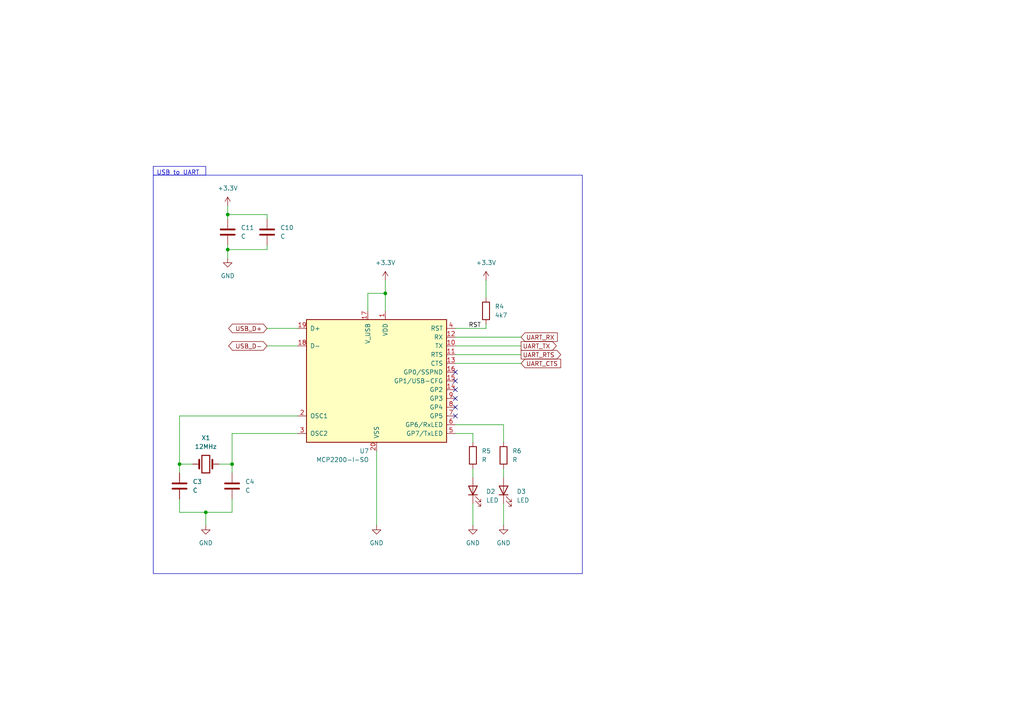
<source format=kicad_sch>
(kicad_sch
	(version 20231120)
	(generator "eeschema")
	(generator_version "8.0")
	(uuid "4efe9d3c-5862-40aa-bbf1-04e3a90f80ef")
	(paper "A4")
	(lib_symbols
		(symbol "Device:C"
			(pin_numbers hide)
			(pin_names
				(offset 0.254)
			)
			(exclude_from_sim no)
			(in_bom yes)
			(on_board yes)
			(property "Reference" "C"
				(at 0.635 2.54 0)
				(effects
					(font
						(size 1.27 1.27)
					)
					(justify left)
				)
			)
			(property "Value" "C"
				(at 0.635 -2.54 0)
				(effects
					(font
						(size 1.27 1.27)
					)
					(justify left)
				)
			)
			(property "Footprint" ""
				(at 0.9652 -3.81 0)
				(effects
					(font
						(size 1.27 1.27)
					)
					(hide yes)
				)
			)
			(property "Datasheet" "~"
				(at 0 0 0)
				(effects
					(font
						(size 1.27 1.27)
					)
					(hide yes)
				)
			)
			(property "Description" "Unpolarized capacitor"
				(at 0 0 0)
				(effects
					(font
						(size 1.27 1.27)
					)
					(hide yes)
				)
			)
			(property "ki_keywords" "cap capacitor"
				(at 0 0 0)
				(effects
					(font
						(size 1.27 1.27)
					)
					(hide yes)
				)
			)
			(property "ki_fp_filters" "C_*"
				(at 0 0 0)
				(effects
					(font
						(size 1.27 1.27)
					)
					(hide yes)
				)
			)
			(symbol "C_0_1"
				(polyline
					(pts
						(xy -2.032 -0.762) (xy 2.032 -0.762)
					)
					(stroke
						(width 0.508)
						(type default)
					)
					(fill
						(type none)
					)
				)
				(polyline
					(pts
						(xy -2.032 0.762) (xy 2.032 0.762)
					)
					(stroke
						(width 0.508)
						(type default)
					)
					(fill
						(type none)
					)
				)
			)
			(symbol "C_1_1"
				(pin passive line
					(at 0 3.81 270)
					(length 2.794)
					(name "~"
						(effects
							(font
								(size 1.27 1.27)
							)
						)
					)
					(number "1"
						(effects
							(font
								(size 1.27 1.27)
							)
						)
					)
				)
				(pin passive line
					(at 0 -3.81 90)
					(length 2.794)
					(name "~"
						(effects
							(font
								(size 1.27 1.27)
							)
						)
					)
					(number "2"
						(effects
							(font
								(size 1.27 1.27)
							)
						)
					)
				)
			)
		)
		(symbol "Device:Crystal"
			(pin_numbers hide)
			(pin_names
				(offset 1.016) hide)
			(exclude_from_sim no)
			(in_bom yes)
			(on_board yes)
			(property "Reference" "Y"
				(at 0 3.81 0)
				(effects
					(font
						(size 1.27 1.27)
					)
				)
			)
			(property "Value" "Crystal"
				(at 0 -3.81 0)
				(effects
					(font
						(size 1.27 1.27)
					)
				)
			)
			(property "Footprint" ""
				(at 0 0 0)
				(effects
					(font
						(size 1.27 1.27)
					)
					(hide yes)
				)
			)
			(property "Datasheet" "~"
				(at 0 0 0)
				(effects
					(font
						(size 1.27 1.27)
					)
					(hide yes)
				)
			)
			(property "Description" "Two pin crystal"
				(at 0 0 0)
				(effects
					(font
						(size 1.27 1.27)
					)
					(hide yes)
				)
			)
			(property "ki_keywords" "quartz ceramic resonator oscillator"
				(at 0 0 0)
				(effects
					(font
						(size 1.27 1.27)
					)
					(hide yes)
				)
			)
			(property "ki_fp_filters" "Crystal*"
				(at 0 0 0)
				(effects
					(font
						(size 1.27 1.27)
					)
					(hide yes)
				)
			)
			(symbol "Crystal_0_1"
				(rectangle
					(start -1.143 2.54)
					(end 1.143 -2.54)
					(stroke
						(width 0.3048)
						(type default)
					)
					(fill
						(type none)
					)
				)
				(polyline
					(pts
						(xy -2.54 0) (xy -1.905 0)
					)
					(stroke
						(width 0)
						(type default)
					)
					(fill
						(type none)
					)
				)
				(polyline
					(pts
						(xy -1.905 -1.27) (xy -1.905 1.27)
					)
					(stroke
						(width 0.508)
						(type default)
					)
					(fill
						(type none)
					)
				)
				(polyline
					(pts
						(xy 1.905 -1.27) (xy 1.905 1.27)
					)
					(stroke
						(width 0.508)
						(type default)
					)
					(fill
						(type none)
					)
				)
				(polyline
					(pts
						(xy 2.54 0) (xy 1.905 0)
					)
					(stroke
						(width 0)
						(type default)
					)
					(fill
						(type none)
					)
				)
			)
			(symbol "Crystal_1_1"
				(pin passive line
					(at -3.81 0 0)
					(length 1.27)
					(name "1"
						(effects
							(font
								(size 1.27 1.27)
							)
						)
					)
					(number "1"
						(effects
							(font
								(size 1.27 1.27)
							)
						)
					)
				)
				(pin passive line
					(at 3.81 0 180)
					(length 1.27)
					(name "2"
						(effects
							(font
								(size 1.27 1.27)
							)
						)
					)
					(number "2"
						(effects
							(font
								(size 1.27 1.27)
							)
						)
					)
				)
			)
		)
		(symbol "Device:LED"
			(pin_numbers hide)
			(pin_names
				(offset 1.016) hide)
			(exclude_from_sim no)
			(in_bom yes)
			(on_board yes)
			(property "Reference" "D"
				(at 0 2.54 0)
				(effects
					(font
						(size 1.27 1.27)
					)
				)
			)
			(property "Value" "LED"
				(at 0 -2.54 0)
				(effects
					(font
						(size 1.27 1.27)
					)
				)
			)
			(property "Footprint" ""
				(at 0 0 0)
				(effects
					(font
						(size 1.27 1.27)
					)
					(hide yes)
				)
			)
			(property "Datasheet" "~"
				(at 0 0 0)
				(effects
					(font
						(size 1.27 1.27)
					)
					(hide yes)
				)
			)
			(property "Description" "Light emitting diode"
				(at 0 0 0)
				(effects
					(font
						(size 1.27 1.27)
					)
					(hide yes)
				)
			)
			(property "ki_keywords" "LED diode"
				(at 0 0 0)
				(effects
					(font
						(size 1.27 1.27)
					)
					(hide yes)
				)
			)
			(property "ki_fp_filters" "LED* LED_SMD:* LED_THT:*"
				(at 0 0 0)
				(effects
					(font
						(size 1.27 1.27)
					)
					(hide yes)
				)
			)
			(symbol "LED_0_1"
				(polyline
					(pts
						(xy -1.27 -1.27) (xy -1.27 1.27)
					)
					(stroke
						(width 0.254)
						(type default)
					)
					(fill
						(type none)
					)
				)
				(polyline
					(pts
						(xy -1.27 0) (xy 1.27 0)
					)
					(stroke
						(width 0)
						(type default)
					)
					(fill
						(type none)
					)
				)
				(polyline
					(pts
						(xy 1.27 -1.27) (xy 1.27 1.27) (xy -1.27 0) (xy 1.27 -1.27)
					)
					(stroke
						(width 0.254)
						(type default)
					)
					(fill
						(type none)
					)
				)
				(polyline
					(pts
						(xy -3.048 -0.762) (xy -4.572 -2.286) (xy -3.81 -2.286) (xy -4.572 -2.286) (xy -4.572 -1.524)
					)
					(stroke
						(width 0)
						(type default)
					)
					(fill
						(type none)
					)
				)
				(polyline
					(pts
						(xy -1.778 -0.762) (xy -3.302 -2.286) (xy -2.54 -2.286) (xy -3.302 -2.286) (xy -3.302 -1.524)
					)
					(stroke
						(width 0)
						(type default)
					)
					(fill
						(type none)
					)
				)
			)
			(symbol "LED_1_1"
				(pin passive line
					(at -3.81 0 0)
					(length 2.54)
					(name "K"
						(effects
							(font
								(size 1.27 1.27)
							)
						)
					)
					(number "1"
						(effects
							(font
								(size 1.27 1.27)
							)
						)
					)
				)
				(pin passive line
					(at 3.81 0 180)
					(length 2.54)
					(name "A"
						(effects
							(font
								(size 1.27 1.27)
							)
						)
					)
					(number "2"
						(effects
							(font
								(size 1.27 1.27)
							)
						)
					)
				)
			)
		)
		(symbol "Device:R"
			(pin_numbers hide)
			(pin_names
				(offset 0)
			)
			(exclude_from_sim no)
			(in_bom yes)
			(on_board yes)
			(property "Reference" "R"
				(at 2.032 0 90)
				(effects
					(font
						(size 1.27 1.27)
					)
				)
			)
			(property "Value" "R"
				(at 0 0 90)
				(effects
					(font
						(size 1.27 1.27)
					)
				)
			)
			(property "Footprint" ""
				(at -1.778 0 90)
				(effects
					(font
						(size 1.27 1.27)
					)
					(hide yes)
				)
			)
			(property "Datasheet" "~"
				(at 0 0 0)
				(effects
					(font
						(size 1.27 1.27)
					)
					(hide yes)
				)
			)
			(property "Description" "Resistor"
				(at 0 0 0)
				(effects
					(font
						(size 1.27 1.27)
					)
					(hide yes)
				)
			)
			(property "ki_keywords" "R res resistor"
				(at 0 0 0)
				(effects
					(font
						(size 1.27 1.27)
					)
					(hide yes)
				)
			)
			(property "ki_fp_filters" "R_*"
				(at 0 0 0)
				(effects
					(font
						(size 1.27 1.27)
					)
					(hide yes)
				)
			)
			(symbol "R_0_1"
				(rectangle
					(start -1.016 -2.54)
					(end 1.016 2.54)
					(stroke
						(width 0.254)
						(type default)
					)
					(fill
						(type none)
					)
				)
			)
			(symbol "R_1_1"
				(pin passive line
					(at 0 3.81 270)
					(length 1.27)
					(name "~"
						(effects
							(font
								(size 1.27 1.27)
							)
						)
					)
					(number "1"
						(effects
							(font
								(size 1.27 1.27)
							)
						)
					)
				)
				(pin passive line
					(at 0 -3.81 90)
					(length 1.27)
					(name "~"
						(effects
							(font
								(size 1.27 1.27)
							)
						)
					)
					(number "2"
						(effects
							(font
								(size 1.27 1.27)
							)
						)
					)
				)
			)
		)
		(symbol "Interface_USB:MCP2200-I-SO"
			(pin_names
				(offset 1.016)
			)
			(exclude_from_sim no)
			(in_bom yes)
			(on_board yes)
			(property "Reference" "U"
				(at -20.32 -19.05 0)
				(effects
					(font
						(size 1.27 1.27)
					)
					(justify left)
				)
			)
			(property "Value" "MCP2200-I-SO"
				(at -20.32 19.05 0)
				(effects
					(font
						(size 1.27 1.27)
					)
					(justify left)
				)
			)
			(property "Footprint" "Package_SO:SOIC-20W_7.5x12.8mm_P1.27mm"
				(at 0 -29.21 0)
				(effects
					(font
						(size 1.27 1.27)
					)
					(hide yes)
				)
			)
			(property "Datasheet" "http://ww1.microchip.com/downloads/en/DeviceDoc/200022228D.pdf"
				(at 0 -25.4 0)
				(effects
					(font
						(size 1.27 1.27)
					)
					(hide yes)
				)
			)
			(property "Description" "USB 2.0 to UART Protocol Converter with GPIO, SOIC-20"
				(at 0 0 0)
				(effects
					(font
						(size 1.27 1.27)
					)
					(hide yes)
				)
			)
			(property "ki_keywords" "USB UART Converter"
				(at 0 0 0)
				(effects
					(font
						(size 1.27 1.27)
					)
					(hide yes)
				)
			)
			(property "ki_fp_filters" "SOIC*20*7.5x12.8mm*P1.27mm*"
				(at 0 0 0)
				(effects
					(font
						(size 1.27 1.27)
					)
					(hide yes)
				)
			)
			(symbol "MCP2200-I-SO_0_1"
				(rectangle
					(start -20.32 17.78)
					(end 20.32 -17.78)
					(stroke
						(width 0.254)
						(type default)
					)
					(fill
						(type background)
					)
				)
			)
			(symbol "MCP2200-I-SO_1_1"
				(pin power_in line
					(at -2.54 20.32 270)
					(length 2.54)
					(name "VDD"
						(effects
							(font
								(size 1.27 1.27)
							)
						)
					)
					(number "1"
						(effects
							(font
								(size 1.27 1.27)
							)
						)
					)
				)
				(pin output line
					(at -22.86 10.16 0)
					(length 2.54)
					(name "TX"
						(effects
							(font
								(size 1.27 1.27)
							)
						)
					)
					(number "10"
						(effects
							(font
								(size 1.27 1.27)
							)
						)
					)
				)
				(pin output line
					(at -22.86 7.62 0)
					(length 2.54)
					(name "RTS"
						(effects
							(font
								(size 1.27 1.27)
							)
						)
					)
					(number "11"
						(effects
							(font
								(size 1.27 1.27)
							)
						)
					)
				)
				(pin input line
					(at -22.86 12.7 0)
					(length 2.54)
					(name "RX"
						(effects
							(font
								(size 1.27 1.27)
							)
						)
					)
					(number "12"
						(effects
							(font
								(size 1.27 1.27)
							)
						)
					)
				)
				(pin input line
					(at -22.86 5.08 0)
					(length 2.54)
					(name "CTS"
						(effects
							(font
								(size 1.27 1.27)
							)
						)
					)
					(number "13"
						(effects
							(font
								(size 1.27 1.27)
							)
						)
					)
				)
				(pin bidirectional line
					(at -22.86 -2.54 0)
					(length 2.54)
					(name "GP2"
						(effects
							(font
								(size 1.27 1.27)
							)
						)
					)
					(number "14"
						(effects
							(font
								(size 1.27 1.27)
							)
						)
					)
				)
				(pin bidirectional line
					(at -22.86 0 0)
					(length 2.54)
					(name "GP1/USB-CFG"
						(effects
							(font
								(size 1.27 1.27)
							)
						)
					)
					(number "15"
						(effects
							(font
								(size 1.27 1.27)
							)
						)
					)
				)
				(pin bidirectional line
					(at -22.86 2.54 0)
					(length 2.54)
					(name "GP0/SSPND"
						(effects
							(font
								(size 1.27 1.27)
							)
						)
					)
					(number "16"
						(effects
							(font
								(size 1.27 1.27)
							)
						)
					)
				)
				(pin power_in line
					(at 2.54 20.32 270)
					(length 2.54)
					(name "V_USB"
						(effects
							(font
								(size 1.27 1.27)
							)
						)
					)
					(number "17"
						(effects
							(font
								(size 1.27 1.27)
							)
						)
					)
				)
				(pin bidirectional line
					(at 22.86 10.16 180)
					(length 2.54)
					(name "D-"
						(effects
							(font
								(size 1.27 1.27)
							)
						)
					)
					(number "18"
						(effects
							(font
								(size 1.27 1.27)
							)
						)
					)
				)
				(pin bidirectional line
					(at 22.86 15.24 180)
					(length 2.54)
					(name "D+"
						(effects
							(font
								(size 1.27 1.27)
							)
						)
					)
					(number "19"
						(effects
							(font
								(size 1.27 1.27)
							)
						)
					)
				)
				(pin input line
					(at 22.86 -10.16 180)
					(length 2.54)
					(name "OSC1"
						(effects
							(font
								(size 1.27 1.27)
							)
						)
					)
					(number "2"
						(effects
							(font
								(size 1.27 1.27)
							)
						)
					)
				)
				(pin power_in line
					(at 0 -20.32 90)
					(length 2.54)
					(name "VSS"
						(effects
							(font
								(size 1.27 1.27)
							)
						)
					)
					(number "20"
						(effects
							(font
								(size 1.27 1.27)
							)
						)
					)
				)
				(pin output line
					(at 22.86 -15.24 180)
					(length 2.54)
					(name "OSC2"
						(effects
							(font
								(size 1.27 1.27)
							)
						)
					)
					(number "3"
						(effects
							(font
								(size 1.27 1.27)
							)
						)
					)
				)
				(pin input line
					(at -22.86 15.24 0)
					(length 2.54)
					(name "RST"
						(effects
							(font
								(size 1.27 1.27)
							)
						)
					)
					(number "4"
						(effects
							(font
								(size 1.27 1.27)
							)
						)
					)
				)
				(pin bidirectional line
					(at -22.86 -15.24 0)
					(length 2.54)
					(name "GP7/TxLED"
						(effects
							(font
								(size 1.27 1.27)
							)
						)
					)
					(number "5"
						(effects
							(font
								(size 1.27 1.27)
							)
						)
					)
				)
				(pin bidirectional line
					(at -22.86 -12.7 0)
					(length 2.54)
					(name "GP6/RxLED"
						(effects
							(font
								(size 1.27 1.27)
							)
						)
					)
					(number "6"
						(effects
							(font
								(size 1.27 1.27)
							)
						)
					)
				)
				(pin bidirectional line
					(at -22.86 -10.16 0)
					(length 2.54)
					(name "GP5"
						(effects
							(font
								(size 1.27 1.27)
							)
						)
					)
					(number "7"
						(effects
							(font
								(size 1.27 1.27)
							)
						)
					)
				)
				(pin bidirectional line
					(at -22.86 -7.62 0)
					(length 2.54)
					(name "GP4"
						(effects
							(font
								(size 1.27 1.27)
							)
						)
					)
					(number "8"
						(effects
							(font
								(size 1.27 1.27)
							)
						)
					)
				)
				(pin bidirectional line
					(at -22.86 -5.08 0)
					(length 2.54)
					(name "GP3"
						(effects
							(font
								(size 1.27 1.27)
							)
						)
					)
					(number "9"
						(effects
							(font
								(size 1.27 1.27)
							)
						)
					)
				)
			)
		)
		(symbol "power:+3.3V"
			(power)
			(pin_numbers hide)
			(pin_names
				(offset 0) hide)
			(exclude_from_sim no)
			(in_bom yes)
			(on_board yes)
			(property "Reference" "#PWR"
				(at 0 -3.81 0)
				(effects
					(font
						(size 1.27 1.27)
					)
					(hide yes)
				)
			)
			(property "Value" "+3.3V"
				(at 0 3.556 0)
				(effects
					(font
						(size 1.27 1.27)
					)
				)
			)
			(property "Footprint" ""
				(at 0 0 0)
				(effects
					(font
						(size 1.27 1.27)
					)
					(hide yes)
				)
			)
			(property "Datasheet" ""
				(at 0 0 0)
				(effects
					(font
						(size 1.27 1.27)
					)
					(hide yes)
				)
			)
			(property "Description" "Power symbol creates a global label with name \"+3.3V\""
				(at 0 0 0)
				(effects
					(font
						(size 1.27 1.27)
					)
					(hide yes)
				)
			)
			(property "ki_keywords" "global power"
				(at 0 0 0)
				(effects
					(font
						(size 1.27 1.27)
					)
					(hide yes)
				)
			)
			(symbol "+3.3V_0_1"
				(polyline
					(pts
						(xy -0.762 1.27) (xy 0 2.54)
					)
					(stroke
						(width 0)
						(type default)
					)
					(fill
						(type none)
					)
				)
				(polyline
					(pts
						(xy 0 0) (xy 0 2.54)
					)
					(stroke
						(width 0)
						(type default)
					)
					(fill
						(type none)
					)
				)
				(polyline
					(pts
						(xy 0 2.54) (xy 0.762 1.27)
					)
					(stroke
						(width 0)
						(type default)
					)
					(fill
						(type none)
					)
				)
			)
			(symbol "+3.3V_1_1"
				(pin power_in line
					(at 0 0 90)
					(length 0)
					(name "~"
						(effects
							(font
								(size 1.27 1.27)
							)
						)
					)
					(number "1"
						(effects
							(font
								(size 1.27 1.27)
							)
						)
					)
				)
			)
		)
		(symbol "power:GND"
			(power)
			(pin_numbers hide)
			(pin_names
				(offset 0) hide)
			(exclude_from_sim no)
			(in_bom yes)
			(on_board yes)
			(property "Reference" "#PWR"
				(at 0 -6.35 0)
				(effects
					(font
						(size 1.27 1.27)
					)
					(hide yes)
				)
			)
			(property "Value" "GND"
				(at 0 -3.81 0)
				(effects
					(font
						(size 1.27 1.27)
					)
				)
			)
			(property "Footprint" ""
				(at 0 0 0)
				(effects
					(font
						(size 1.27 1.27)
					)
					(hide yes)
				)
			)
			(property "Datasheet" ""
				(at 0 0 0)
				(effects
					(font
						(size 1.27 1.27)
					)
					(hide yes)
				)
			)
			(property "Description" "Power symbol creates a global label with name \"GND\" , ground"
				(at 0 0 0)
				(effects
					(font
						(size 1.27 1.27)
					)
					(hide yes)
				)
			)
			(property "ki_keywords" "global power"
				(at 0 0 0)
				(effects
					(font
						(size 1.27 1.27)
					)
					(hide yes)
				)
			)
			(symbol "GND_0_1"
				(polyline
					(pts
						(xy 0 0) (xy 0 -1.27) (xy 1.27 -1.27) (xy 0 -2.54) (xy -1.27 -1.27) (xy 0 -1.27)
					)
					(stroke
						(width 0)
						(type default)
					)
					(fill
						(type none)
					)
				)
			)
			(symbol "GND_1_1"
				(pin power_in line
					(at 0 0 270)
					(length 0)
					(name "~"
						(effects
							(font
								(size 1.27 1.27)
							)
						)
					)
					(number "1"
						(effects
							(font
								(size 1.27 1.27)
							)
						)
					)
				)
			)
		)
	)
	(junction
		(at 52.07 134.62)
		(diameter 0)
		(color 0 0 0 0)
		(uuid "241a35a4-0c7c-4fea-83e3-2d5d714c5767")
	)
	(junction
		(at 111.76 85.09)
		(diameter 0)
		(color 0 0 0 0)
		(uuid "47588fca-4fd0-4187-9ee5-d9e256de4e15")
	)
	(junction
		(at 66.04 62.23)
		(diameter 0)
		(color 0 0 0 0)
		(uuid "9ad6dc66-5168-4112-ad4c-5c10cee7f87b")
	)
	(junction
		(at 67.31 134.62)
		(diameter 0)
		(color 0 0 0 0)
		(uuid "a423ca15-ed60-471b-8fb9-0966f6c3b35a")
	)
	(junction
		(at 59.69 148.59)
		(diameter 0)
		(color 0 0 0 0)
		(uuid "c5380d06-bfac-4cc1-85d4-6ef6358233d7")
	)
	(junction
		(at 66.04 72.39)
		(diameter 0)
		(color 0 0 0 0)
		(uuid "fae2d3a3-9e7c-4fe7-b599-9f36d12685ba")
	)
	(no_connect
		(at 132.08 120.65)
		(uuid "0f7db5e5-99a7-456b-9703-bedcb1575405")
	)
	(no_connect
		(at 132.08 113.03)
		(uuid "57bb0a20-97ed-43c1-bc4c-a4700a864b94")
	)
	(no_connect
		(at 132.08 110.49)
		(uuid "6131785f-2d4f-44e0-9734-bcaf7e605c68")
	)
	(no_connect
		(at 132.08 118.11)
		(uuid "6158e505-9799-4d31-b85b-074f143c380f")
	)
	(no_connect
		(at 132.08 115.57)
		(uuid "6f4983e2-f98b-4b5c-b2da-3077c4ea903b")
	)
	(no_connect
		(at 132.08 107.95)
		(uuid "f76cdd8d-33f5-44a4-8151-4321ce203f7d")
	)
	(wire
		(pts
			(xy 140.97 95.25) (xy 140.97 93.98)
		)
		(stroke
			(width 0)
			(type default)
		)
		(uuid "0bbe9f48-700c-4338-bacf-dce062ef044f")
	)
	(wire
		(pts
			(xy 109.22 130.81) (xy 109.22 152.4)
		)
		(stroke
			(width 0)
			(type default)
		)
		(uuid "0d54d386-785f-4171-8802-e3f42a1a0f14")
	)
	(wire
		(pts
			(xy 77.47 72.39) (xy 77.47 71.12)
		)
		(stroke
			(width 0)
			(type default)
		)
		(uuid "1bfee46e-1274-4b4e-a279-556a0aecb4dc")
	)
	(wire
		(pts
			(xy 132.08 95.25) (xy 140.97 95.25)
		)
		(stroke
			(width 0)
			(type default)
		)
		(uuid "20810dea-da8a-4dfe-8c7a-34053a2fdc97")
	)
	(wire
		(pts
			(xy 106.68 85.09) (xy 106.68 90.17)
		)
		(stroke
			(width 0)
			(type default)
		)
		(uuid "26188528-a1ce-4380-a685-9c65df5f55ac")
	)
	(wire
		(pts
			(xy 86.36 120.65) (xy 52.07 120.65)
		)
		(stroke
			(width 0)
			(type default)
		)
		(uuid "271889e5-a29d-4b30-8fdc-937b258a205c")
	)
	(wire
		(pts
			(xy 137.16 146.05) (xy 137.16 152.4)
		)
		(stroke
			(width 0)
			(type default)
		)
		(uuid "280b51bc-cc6c-46b9-9917-0c24a13b0a3e")
	)
	(wire
		(pts
			(xy 66.04 62.23) (xy 66.04 63.5)
		)
		(stroke
			(width 0)
			(type default)
		)
		(uuid "3c7ecfb3-f756-4713-a5b2-2f0eb86e2936")
	)
	(wire
		(pts
			(xy 66.04 72.39) (xy 66.04 74.93)
		)
		(stroke
			(width 0)
			(type default)
		)
		(uuid "4ab230df-cd41-499b-99df-5a45874d3953")
	)
	(wire
		(pts
			(xy 146.05 123.19) (xy 146.05 128.27)
		)
		(stroke
			(width 0)
			(type default)
		)
		(uuid "592d1c06-b7e1-4905-87d0-55e92dde0c7e")
	)
	(wire
		(pts
			(xy 66.04 59.69) (xy 66.04 62.23)
		)
		(stroke
			(width 0)
			(type default)
		)
		(uuid "5bbbe21b-6560-4f32-8bce-6282e0899dc3")
	)
	(wire
		(pts
			(xy 137.16 125.73) (xy 137.16 128.27)
		)
		(stroke
			(width 0)
			(type default)
		)
		(uuid "65ddcbf6-f93c-49c1-87b4-8e539a23ed1c")
	)
	(wire
		(pts
			(xy 67.31 137.16) (xy 67.31 134.62)
		)
		(stroke
			(width 0)
			(type default)
		)
		(uuid "6717dd22-68a6-424f-8abc-94b2fcba560e")
	)
	(wire
		(pts
			(xy 67.31 134.62) (xy 63.5 134.62)
		)
		(stroke
			(width 0)
			(type default)
		)
		(uuid "689165d2-3b2a-4198-8cb7-d63c61018140")
	)
	(wire
		(pts
			(xy 111.76 85.09) (xy 106.68 85.09)
		)
		(stroke
			(width 0)
			(type default)
		)
		(uuid "7347c7c9-f7f2-4823-b7ce-6b832392cdb6")
	)
	(wire
		(pts
			(xy 111.76 90.17) (xy 111.76 85.09)
		)
		(stroke
			(width 0)
			(type default)
		)
		(uuid "877409ee-75aa-4b2a-985f-0fdb29fc8227")
	)
	(wire
		(pts
			(xy 132.08 100.33) (xy 151.13 100.33)
		)
		(stroke
			(width 0)
			(type default)
		)
		(uuid "89242b27-0123-4988-8e09-23f9c1ed4e0a")
	)
	(wire
		(pts
			(xy 77.47 62.23) (xy 77.47 63.5)
		)
		(stroke
			(width 0)
			(type default)
		)
		(uuid "8db757bb-da3d-4f60-bd33-192aedc79e1f")
	)
	(wire
		(pts
			(xy 137.16 135.89) (xy 137.16 138.43)
		)
		(stroke
			(width 0)
			(type default)
		)
		(uuid "8f5e0bff-c3f7-4cc0-b616-c9104c1e5e10")
	)
	(wire
		(pts
			(xy 140.97 81.28) (xy 140.97 86.36)
		)
		(stroke
			(width 0)
			(type default)
		)
		(uuid "90938330-4851-443b-8b39-f8c079437775")
	)
	(wire
		(pts
			(xy 52.07 134.62) (xy 55.88 134.62)
		)
		(stroke
			(width 0)
			(type default)
		)
		(uuid "9ced4d7d-56fe-4ea8-a1b7-90cda3bdb8e7")
	)
	(wire
		(pts
			(xy 132.08 97.79) (xy 151.13 97.79)
		)
		(stroke
			(width 0)
			(type default)
		)
		(uuid "9d8b8119-a587-4762-842f-c51a308d9aa2")
	)
	(wire
		(pts
			(xy 132.08 125.73) (xy 137.16 125.73)
		)
		(stroke
			(width 0)
			(type default)
		)
		(uuid "a5888d40-6f65-471f-861e-7060633d7d95")
	)
	(wire
		(pts
			(xy 59.69 148.59) (xy 67.31 148.59)
		)
		(stroke
			(width 0)
			(type default)
		)
		(uuid "a63573d0-839c-4aaf-a503-7379fc31bc09")
	)
	(wire
		(pts
			(xy 132.08 105.41) (xy 151.13 105.41)
		)
		(stroke
			(width 0)
			(type default)
		)
		(uuid "a63cca01-4604-4e5a-86e4-78aa2d5b5ec5")
	)
	(wire
		(pts
			(xy 52.07 148.59) (xy 59.69 148.59)
		)
		(stroke
			(width 0)
			(type default)
		)
		(uuid "ab29d609-9883-4326-91fe-12e3058b10b7")
	)
	(wire
		(pts
			(xy 77.47 95.25) (xy 86.36 95.25)
		)
		(stroke
			(width 0)
			(type default)
		)
		(uuid "c697036c-926a-4d1e-a6a7-b2837b94f676")
	)
	(wire
		(pts
			(xy 77.47 100.33) (xy 86.36 100.33)
		)
		(stroke
			(width 0)
			(type default)
		)
		(uuid "cfdd7b80-2c00-4254-92e9-abcf68a3d9ab")
	)
	(wire
		(pts
			(xy 146.05 146.05) (xy 146.05 152.4)
		)
		(stroke
			(width 0)
			(type default)
		)
		(uuid "d22f123b-2f63-4200-9d09-ac2e17fac47e")
	)
	(wire
		(pts
			(xy 66.04 62.23) (xy 77.47 62.23)
		)
		(stroke
			(width 0)
			(type default)
		)
		(uuid "d27fb9b0-d83f-43b0-9f94-4cbd019b379d")
	)
	(wire
		(pts
			(xy 132.08 123.19) (xy 146.05 123.19)
		)
		(stroke
			(width 0)
			(type default)
		)
		(uuid "d294c2a3-7031-4367-b06e-25f977a9801d")
	)
	(wire
		(pts
			(xy 52.07 120.65) (xy 52.07 134.62)
		)
		(stroke
			(width 0)
			(type default)
		)
		(uuid "d8883478-f494-4a95-bb40-71b8ccfa67e8")
	)
	(wire
		(pts
			(xy 52.07 144.78) (xy 52.07 148.59)
		)
		(stroke
			(width 0)
			(type default)
		)
		(uuid "d99913a8-c38b-44a4-a2ec-e85d5b31ff3c")
	)
	(wire
		(pts
			(xy 111.76 81.28) (xy 111.76 85.09)
		)
		(stroke
			(width 0)
			(type default)
		)
		(uuid "df83a076-c51a-4bec-9966-ab3c59998baf")
	)
	(wire
		(pts
			(xy 66.04 71.12) (xy 66.04 72.39)
		)
		(stroke
			(width 0)
			(type default)
		)
		(uuid "e176e49c-754e-4125-b306-2704a10225e6")
	)
	(wire
		(pts
			(xy 59.69 148.59) (xy 59.69 152.4)
		)
		(stroke
			(width 0)
			(type default)
		)
		(uuid "ebc6325c-155b-4866-81d9-226ab41a28d4")
	)
	(wire
		(pts
			(xy 86.36 125.73) (xy 67.31 125.73)
		)
		(stroke
			(width 0)
			(type default)
		)
		(uuid "ebfd79a1-4ccf-4c54-ba51-3704f3ac336e")
	)
	(wire
		(pts
			(xy 67.31 125.73) (xy 67.31 134.62)
		)
		(stroke
			(width 0)
			(type default)
		)
		(uuid "ef1a5cfd-04c3-4292-a948-d460b2e58c38")
	)
	(wire
		(pts
			(xy 132.08 102.87) (xy 151.13 102.87)
		)
		(stroke
			(width 0)
			(type default)
		)
		(uuid "f9774010-9805-48fa-afe1-a318f0b038f7")
	)
	(wire
		(pts
			(xy 67.31 144.78) (xy 67.31 148.59)
		)
		(stroke
			(width 0)
			(type default)
		)
		(uuid "fcc6315e-8ec2-45ce-860d-2e2654e9d0a5")
	)
	(wire
		(pts
			(xy 146.05 135.89) (xy 146.05 138.43)
		)
		(stroke
			(width 0)
			(type default)
		)
		(uuid "fd39829c-dc06-4a56-a11a-6fbaa65887bc")
	)
	(wire
		(pts
			(xy 52.07 137.16) (xy 52.07 134.62)
		)
		(stroke
			(width 0)
			(type default)
		)
		(uuid "ff72f90f-8929-41e1-8cde-a97320891982")
	)
	(wire
		(pts
			(xy 66.04 72.39) (xy 77.47 72.39)
		)
		(stroke
			(width 0)
			(type default)
		)
		(uuid "ffecfdc0-5ba9-4895-93c1-736540699ca6")
	)
	(rectangle
		(start 44.45 50.8)
		(end 168.91 166.37)
		(stroke
			(width 0)
			(type default)
		)
		(fill
			(type none)
		)
		(uuid 0e94a85b-f84d-4599-b8c2-321b3330ae1e)
	)
	(text_box "USB to UART\n"
		(exclude_from_sim no)
		(at 44.45 48.26 0)
		(size 15.24 2.54)
		(stroke
			(width 0)
			(type default)
		)
		(fill
			(type none)
		)
		(effects
			(font
				(size 1.27 1.27)
			)
			(justify left top)
		)
		(uuid "4c643306-dae8-4870-948a-1445f0940524")
	)
	(label "RST"
		(at 135.89 95.25 0)
		(fields_autoplaced yes)
		(effects
			(font
				(size 1.27 1.27)
			)
			(justify left bottom)
		)
		(uuid "2a674fb7-272c-44a0-87e5-9d7171380a72")
	)
	(global_label "UART_RX"
		(shape input)
		(at 151.13 97.79 0)
		(fields_autoplaced yes)
		(effects
			(font
				(size 1.27 1.27)
			)
			(justify left)
		)
		(uuid "09eb5b50-2ff0-4880-9ab0-cd2ec53c1092")
		(property "Intersheetrefs" "${INTERSHEET_REFS}"
			(at 162.219 97.79 0)
			(effects
				(font
					(size 1.27 1.27)
				)
				(justify left)
				(hide yes)
			)
		)
	)
	(global_label "UART_TX"
		(shape output)
		(at 151.13 100.33 0)
		(fields_autoplaced yes)
		(effects
			(font
				(size 1.27 1.27)
			)
			(justify left)
		)
		(uuid "24a2b369-6816-4aa0-b84b-5333dd382824")
		(property "Intersheetrefs" "${INTERSHEET_REFS}"
			(at 161.9166 100.33 0)
			(effects
				(font
					(size 1.27 1.27)
				)
				(justify left)
				(hide yes)
			)
		)
	)
	(global_label "USB_D+"
		(shape bidirectional)
		(at 77.47 95.25 180)
		(fields_autoplaced yes)
		(effects
			(font
				(size 1.27 1.27)
			)
			(justify right)
		)
		(uuid "32e32de1-8e56-4e87-a4f2-1112c90f4c77")
		(property "Intersheetrefs" "${INTERSHEET_REFS}"
			(at 65.7535 95.25 0)
			(effects
				(font
					(size 1.27 1.27)
				)
				(justify right)
				(hide yes)
			)
		)
	)
	(global_label "USB_D-"
		(shape bidirectional)
		(at 77.47 100.33 180)
		(fields_autoplaced yes)
		(effects
			(font
				(size 1.27 1.27)
			)
			(justify right)
		)
		(uuid "5d753d57-2aa5-4035-b751-20ce817ad2a2")
		(property "Intersheetrefs" "${INTERSHEET_REFS}"
			(at 65.7535 100.33 0)
			(effects
				(font
					(size 1.27 1.27)
				)
				(justify right)
				(hide yes)
			)
		)
	)
	(global_label "UART_RTS"
		(shape output)
		(at 151.13 102.87 0)
		(fields_autoplaced yes)
		(effects
			(font
				(size 1.27 1.27)
			)
			(justify left)
		)
		(uuid "7d11b836-a7df-4133-8ff0-b07b09373931")
		(property "Intersheetrefs" "${INTERSHEET_REFS}"
			(at 163.1866 102.87 0)
			(effects
				(font
					(size 1.27 1.27)
				)
				(justify left)
				(hide yes)
			)
		)
	)
	(global_label "UART_CTS"
		(shape input)
		(at 151.13 105.41 0)
		(fields_autoplaced yes)
		(effects
			(font
				(size 1.27 1.27)
			)
			(justify left)
		)
		(uuid "aa510096-503c-4d7b-ad83-461e2d95a7f1")
		(property "Intersheetrefs" "${INTERSHEET_REFS}"
			(at 163.1866 105.41 0)
			(effects
				(font
					(size 1.27 1.27)
				)
				(justify left)
				(hide yes)
			)
		)
	)
	(symbol
		(lib_id "Device:C")
		(at 77.47 67.31 0)
		(unit 1)
		(exclude_from_sim no)
		(in_bom yes)
		(on_board yes)
		(dnp no)
		(fields_autoplaced yes)
		(uuid "0d80ada1-be53-47da-aad9-2a2a566e4f3d")
		(property "Reference" "C10"
			(at 81.28 66.0399 0)
			(effects
				(font
					(size 1.27 1.27)
				)
				(justify left)
			)
		)
		(property "Value" "C"
			(at 81.28 68.5799 0)
			(effects
				(font
					(size 1.27 1.27)
				)
				(justify left)
			)
		)
		(property "Footprint" "Capacitor_SMD:C_0201_0603Metric"
			(at 78.4352 71.12 0)
			(effects
				(font
					(size 1.27 1.27)
				)
				(hide yes)
			)
		)
		(property "Datasheet" "~"
			(at 77.47 67.31 0)
			(effects
				(font
					(size 1.27 1.27)
				)
				(hide yes)
			)
		)
		(property "Description" "Unpolarized capacitor"
			(at 77.47 67.31 0)
			(effects
				(font
					(size 1.27 1.27)
				)
				(hide yes)
			)
		)
		(pin "2"
			(uuid "1e34e923-4442-40b5-b34d-810bca2689e2")
		)
		(pin "1"
			(uuid "1b1a1980-40ca-4c2d-9119-81b580758030")
		)
		(instances
			(project "stm32G0_mcu"
				(path "/342e1e7c-839e-4cd3-a9c3-2caee679f2e5/c8fc4e98-84a4-49bd-9c1e-386db6d9dbc5"
					(reference "C10")
					(unit 1)
				)
			)
		)
	)
	(symbol
		(lib_id "Device:C")
		(at 52.07 140.97 0)
		(unit 1)
		(exclude_from_sim no)
		(in_bom yes)
		(on_board yes)
		(dnp no)
		(fields_autoplaced yes)
		(uuid "2130bad3-9b51-4a20-adb5-37033680c5b8")
		(property "Reference" "C3"
			(at 55.88 139.6999 0)
			(effects
				(font
					(size 1.27 1.27)
				)
				(justify left)
			)
		)
		(property "Value" "C"
			(at 55.88 142.2399 0)
			(effects
				(font
					(size 1.27 1.27)
				)
				(justify left)
			)
		)
		(property "Footprint" "Capacitor_SMD:C_0201_0603Metric"
			(at 80.9752 120.65 0)
			(effects
				(font
					(size 1.27 1.27)
				)
				(hide yes)
			)
		)
		(property "Datasheet" "~"
			(at 52.07 140.97 0)
			(effects
				(font
					(size 1.27 1.27)
				)
				(hide yes)
			)
		)
		(property "Description" "Unpolarized capacitor"
			(at 52.07 140.97 0)
			(effects
				(font
					(size 1.27 1.27)
				)
				(hide yes)
			)
		)
		(pin "2"
			(uuid "e5784a3a-99f4-47d3-99a0-16bc8d587452")
		)
		(pin "1"
			(uuid "d36eb7b9-2654-4f82-bb0f-876f908efe0b")
		)
		(instances
			(project ""
				(path "/342e1e7c-839e-4cd3-a9c3-2caee679f2e5/c8fc4e98-84a4-49bd-9c1e-386db6d9dbc5"
					(reference "C3")
					(unit 1)
				)
			)
		)
	)
	(symbol
		(lib_id "Device:C")
		(at 67.31 140.97 0)
		(unit 1)
		(exclude_from_sim no)
		(in_bom yes)
		(on_board yes)
		(dnp no)
		(fields_autoplaced yes)
		(uuid "28ad69de-a1c1-4c49-81f7-7957357d3d15")
		(property "Reference" "C4"
			(at 71.12 139.6999 0)
			(effects
				(font
					(size 1.27 1.27)
				)
				(justify left)
			)
		)
		(property "Value" "C"
			(at 71.12 142.2399 0)
			(effects
				(font
					(size 1.27 1.27)
				)
				(justify left)
			)
		)
		(property "Footprint" "Capacitor_SMD:C_0201_0603Metric"
			(at 96.2152 120.65 0)
			(effects
				(font
					(size 1.27 1.27)
				)
				(hide yes)
			)
		)
		(property "Datasheet" "~"
			(at 67.31 140.97 0)
			(effects
				(font
					(size 1.27 1.27)
				)
				(hide yes)
			)
		)
		(property "Description" "Unpolarized capacitor"
			(at 67.31 140.97 0)
			(effects
				(font
					(size 1.27 1.27)
				)
				(hide yes)
			)
		)
		(pin "2"
			(uuid "e0900494-523d-4f1f-a640-e6aa6df0caed")
		)
		(pin "1"
			(uuid "f2f8b572-5a60-47d8-86d8-34c3a886d57e")
		)
		(instances
			(project "stm32G0_mcu"
				(path "/342e1e7c-839e-4cd3-a9c3-2caee679f2e5/c8fc4e98-84a4-49bd-9c1e-386db6d9dbc5"
					(reference "C4")
					(unit 1)
				)
			)
		)
	)
	(symbol
		(lib_id "power:+3.3V")
		(at 66.04 59.69 0)
		(unit 1)
		(exclude_from_sim no)
		(in_bom yes)
		(on_board yes)
		(dnp no)
		(fields_autoplaced yes)
		(uuid "43f83d1d-068f-44a7-9448-de3e02f203ea")
		(property "Reference" "#PWR030"
			(at 66.04 63.5 0)
			(effects
				(font
					(size 1.27 1.27)
				)
				(hide yes)
			)
		)
		(property "Value" "+3.3V"
			(at 66.04 54.61 0)
			(effects
				(font
					(size 1.27 1.27)
				)
			)
		)
		(property "Footprint" ""
			(at 66.04 59.69 0)
			(effects
				(font
					(size 1.27 1.27)
				)
				(hide yes)
			)
		)
		(property "Datasheet" ""
			(at 66.04 59.69 0)
			(effects
				(font
					(size 1.27 1.27)
				)
				(hide yes)
			)
		)
		(property "Description" "Power symbol creates a global label with name \"+3.3V\""
			(at 66.04 59.69 0)
			(effects
				(font
					(size 1.27 1.27)
				)
				(hide yes)
			)
		)
		(pin "1"
			(uuid "e71d61cd-aef8-4f48-a325-bfdc2f68dc0a")
		)
		(instances
			(project "stm32G0_mcu"
				(path "/342e1e7c-839e-4cd3-a9c3-2caee679f2e5/c8fc4e98-84a4-49bd-9c1e-386db6d9dbc5"
					(reference "#PWR030")
					(unit 1)
				)
			)
		)
	)
	(symbol
		(lib_id "power:GND")
		(at 59.69 152.4 0)
		(unit 1)
		(exclude_from_sim no)
		(in_bom yes)
		(on_board yes)
		(dnp no)
		(fields_autoplaced yes)
		(uuid "53571a57-d2bf-4887-96ab-46a88e3921bd")
		(property "Reference" "#PWR017"
			(at 59.69 158.75 0)
			(effects
				(font
					(size 1.27 1.27)
				)
				(hide yes)
			)
		)
		(property "Value" "GND"
			(at 59.69 157.48 0)
			(effects
				(font
					(size 1.27 1.27)
				)
			)
		)
		(property "Footprint" ""
			(at 59.69 152.4 0)
			(effects
				(font
					(size 1.27 1.27)
				)
				(hide yes)
			)
		)
		(property "Datasheet" ""
			(at 59.69 152.4 0)
			(effects
				(font
					(size 1.27 1.27)
				)
				(hide yes)
			)
		)
		(property "Description" "Power symbol creates a global label with name \"GND\" , ground"
			(at 59.69 152.4 0)
			(effects
				(font
					(size 1.27 1.27)
				)
				(hide yes)
			)
		)
		(pin "1"
			(uuid "7311b8e0-82ef-4a7c-b564-267f77911947")
		)
		(instances
			(project ""
				(path "/342e1e7c-839e-4cd3-a9c3-2caee679f2e5/c8fc4e98-84a4-49bd-9c1e-386db6d9dbc5"
					(reference "#PWR017")
					(unit 1)
				)
			)
		)
	)
	(symbol
		(lib_id "Interface_USB:MCP2200-I-SO")
		(at 109.22 110.49 0)
		(mirror y)
		(unit 1)
		(exclude_from_sim no)
		(in_bom yes)
		(on_board yes)
		(dnp no)
		(uuid "5aa398f5-6d08-4635-9ad2-9d839eea61e3")
		(property "Reference" "U7"
			(at 107.0259 130.81 0)
			(effects
				(font
					(size 1.27 1.27)
				)
				(justify left)
			)
		)
		(property "Value" "MCP2200-I-SO"
			(at 107.0259 133.35 0)
			(effects
				(font
					(size 1.27 1.27)
				)
				(justify left)
			)
		)
		(property "Footprint" "Package_SO:SOIC-20W_7.5x12.8mm_P1.27mm"
			(at 109.22 139.7 0)
			(effects
				(font
					(size 1.27 1.27)
				)
				(hide yes)
			)
		)
		(property "Datasheet" "http://ww1.microchip.com/downloads/en/DeviceDoc/200022228D.pdf"
			(at 109.22 135.89 0)
			(effects
				(font
					(size 1.27 1.27)
				)
				(hide yes)
			)
		)
		(property "Description" "USB 2.0 to UART Protocol Converter with GPIO, SOIC-20"
			(at 109.22 110.49 0)
			(effects
				(font
					(size 1.27 1.27)
				)
				(hide yes)
			)
		)
		(pin "3"
			(uuid "2e2441c6-59d1-4362-8332-33a66f6d942c")
		)
		(pin "1"
			(uuid "b895788e-f3ac-432e-a902-86579da9083c")
		)
		(pin "16"
			(uuid "91bcd215-7e90-412c-8b6e-d85cd1fe0540")
		)
		(pin "20"
			(uuid "2fa979a9-22d2-42b6-a7ad-3e3cd3ce278c")
		)
		(pin "9"
			(uuid "9b75a0f8-25e9-4aff-836e-54bab3c04de0")
		)
		(pin "12"
			(uuid "c3048e3b-a0bb-4510-9aa5-da75100e4f71")
		)
		(pin "15"
			(uuid "c54cf9d4-dc91-47e1-841d-761e0bdd31f5")
		)
		(pin "17"
			(uuid "fc627893-ed47-484e-9224-bed8022b8ea4")
		)
		(pin "7"
			(uuid "719ea599-490a-4820-8346-a76c3c9bca1d")
		)
		(pin "10"
			(uuid "b3fca31e-f0b8-42a3-afd9-c94d2d9dcb9c")
		)
		(pin "11"
			(uuid "2ef42241-4209-4132-b0cd-936422d29e5d")
		)
		(pin "18"
			(uuid "523bed0a-762d-4e69-9d54-3f027852c5ac")
		)
		(pin "4"
			(uuid "018619c3-b2a5-48ef-bc31-c0113efdb507")
		)
		(pin "2"
			(uuid "0935ba70-b89e-46e9-a3fe-ad8bc01b942d")
		)
		(pin "13"
			(uuid "653eebdc-b07b-4180-9aa9-5bbdf732db7c")
		)
		(pin "6"
			(uuid "a71c8aaa-a838-4dee-a451-4eb52e67b87e")
		)
		(pin "5"
			(uuid "9ca09d40-9773-42f5-a905-b152f822dfee")
		)
		(pin "8"
			(uuid "75f27b2f-4b3d-4f1d-bf8d-37f616e7c986")
		)
		(pin "14"
			(uuid "2adda57b-55c4-479e-b7bc-11bdb6470625")
		)
		(pin "19"
			(uuid "9ac7f8e1-fe37-421a-9325-7b6a330ab941")
		)
		(instances
			(project "stm32G0_mcu"
				(path "/342e1e7c-839e-4cd3-a9c3-2caee679f2e5/c8fc4e98-84a4-49bd-9c1e-386db6d9dbc5"
					(reference "U7")
					(unit 1)
				)
			)
		)
	)
	(symbol
		(lib_id "Device:R")
		(at 137.16 132.08 0)
		(unit 1)
		(exclude_from_sim no)
		(in_bom yes)
		(on_board yes)
		(dnp no)
		(fields_autoplaced yes)
		(uuid "6d6e9b7a-36f9-4a04-a9cc-ef4369a7e824")
		(property "Reference" "R5"
			(at 139.7 130.8099 0)
			(effects
				(font
					(size 1.27 1.27)
				)
				(justify left)
			)
		)
		(property "Value" "R"
			(at 139.7 133.3499 0)
			(effects
				(font
					(size 1.27 1.27)
				)
				(justify left)
			)
		)
		(property "Footprint" "Resistor_SMD:R_0201_0603Metric"
			(at 163.322 107.95 90)
			(effects
				(font
					(size 1.27 1.27)
				)
				(hide yes)
			)
		)
		(property "Datasheet" "~"
			(at 137.16 132.08 0)
			(effects
				(font
					(size 1.27 1.27)
				)
				(hide yes)
			)
		)
		(property "Description" "Resistor"
			(at 137.16 132.08 0)
			(effects
				(font
					(size 1.27 1.27)
				)
				(hide yes)
			)
		)
		(pin "1"
			(uuid "8b612673-18a6-45d9-be64-b570b247428f")
		)
		(pin "2"
			(uuid "6a68adc8-f12b-45b0-a2b1-ec60d87edc13")
		)
		(instances
			(project ""
				(path "/342e1e7c-839e-4cd3-a9c3-2caee679f2e5/c8fc4e98-84a4-49bd-9c1e-386db6d9dbc5"
					(reference "R5")
					(unit 1)
				)
			)
		)
	)
	(symbol
		(lib_id "power:GND")
		(at 109.22 152.4 0)
		(unit 1)
		(exclude_from_sim no)
		(in_bom yes)
		(on_board yes)
		(dnp no)
		(fields_autoplaced yes)
		(uuid "6da14032-3cce-42eb-a87f-119ca0b682fd")
		(property "Reference" "#PWR018"
			(at 109.22 158.75 0)
			(effects
				(font
					(size 1.27 1.27)
				)
				(hide yes)
			)
		)
		(property "Value" "GND"
			(at 109.22 157.48 0)
			(effects
				(font
					(size 1.27 1.27)
				)
			)
		)
		(property "Footprint" ""
			(at 109.22 152.4 0)
			(effects
				(font
					(size 1.27 1.27)
				)
				(hide yes)
			)
		)
		(property "Datasheet" ""
			(at 109.22 152.4 0)
			(effects
				(font
					(size 1.27 1.27)
				)
				(hide yes)
			)
		)
		(property "Description" "Power symbol creates a global label with name \"GND\" , ground"
			(at 109.22 152.4 0)
			(effects
				(font
					(size 1.27 1.27)
				)
				(hide yes)
			)
		)
		(pin "1"
			(uuid "2ddebffd-c328-45d8-a1bb-3aa51424a898")
		)
		(instances
			(project "stm32G0_mcu"
				(path "/342e1e7c-839e-4cd3-a9c3-2caee679f2e5/c8fc4e98-84a4-49bd-9c1e-386db6d9dbc5"
					(reference "#PWR018")
					(unit 1)
				)
			)
		)
	)
	(symbol
		(lib_id "Device:C")
		(at 66.04 67.31 0)
		(unit 1)
		(exclude_from_sim no)
		(in_bom yes)
		(on_board yes)
		(dnp no)
		(fields_autoplaced yes)
		(uuid "7251975f-a66f-4e1e-9915-131dd827a6ee")
		(property "Reference" "C11"
			(at 69.85 66.0399 0)
			(effects
				(font
					(size 1.27 1.27)
				)
				(justify left)
			)
		)
		(property "Value" "C"
			(at 69.85 68.5799 0)
			(effects
				(font
					(size 1.27 1.27)
				)
				(justify left)
			)
		)
		(property "Footprint" "Capacitor_SMD:C_0201_0603Metric"
			(at 67.0052 71.12 0)
			(effects
				(font
					(size 1.27 1.27)
				)
				(hide yes)
			)
		)
		(property "Datasheet" "~"
			(at 66.04 67.31 0)
			(effects
				(font
					(size 1.27 1.27)
				)
				(hide yes)
			)
		)
		(property "Description" "Unpolarized capacitor"
			(at 66.04 67.31 0)
			(effects
				(font
					(size 1.27 1.27)
				)
				(hide yes)
			)
		)
		(pin "2"
			(uuid "d3ffc42c-2651-4480-a4f0-6c3d717fe570")
		)
		(pin "1"
			(uuid "73b7dd2b-87c1-4849-8b0f-34653d73d290")
		)
		(instances
			(project "stm32G0_mcu"
				(path "/342e1e7c-839e-4cd3-a9c3-2caee679f2e5/c8fc4e98-84a4-49bd-9c1e-386db6d9dbc5"
					(reference "C11")
					(unit 1)
				)
			)
		)
	)
	(symbol
		(lib_id "power:+3.3V")
		(at 140.97 81.28 0)
		(unit 1)
		(exclude_from_sim no)
		(in_bom yes)
		(on_board yes)
		(dnp no)
		(fields_autoplaced yes)
		(uuid "904acd14-d320-40fa-bf84-5edb5edddfd4")
		(property "Reference" "#PWR020"
			(at 140.97 85.09 0)
			(effects
				(font
					(size 1.27 1.27)
				)
				(hide yes)
			)
		)
		(property "Value" "+3.3V"
			(at 140.97 76.2 0)
			(effects
				(font
					(size 1.27 1.27)
				)
			)
		)
		(property "Footprint" ""
			(at 140.97 81.28 0)
			(effects
				(font
					(size 1.27 1.27)
				)
				(hide yes)
			)
		)
		(property "Datasheet" ""
			(at 140.97 81.28 0)
			(effects
				(font
					(size 1.27 1.27)
				)
				(hide yes)
			)
		)
		(property "Description" "Power symbol creates a global label with name \"+3.3V\""
			(at 140.97 81.28 0)
			(effects
				(font
					(size 1.27 1.27)
				)
				(hide yes)
			)
		)
		(pin "1"
			(uuid "742ed691-85b6-4925-92fd-d1328f46751c")
		)
		(instances
			(project "stm32G0_mcu"
				(path "/342e1e7c-839e-4cd3-a9c3-2caee679f2e5/c8fc4e98-84a4-49bd-9c1e-386db6d9dbc5"
					(reference "#PWR020")
					(unit 1)
				)
			)
		)
	)
	(symbol
		(lib_id "Device:LED")
		(at 146.05 142.24 90)
		(unit 1)
		(exclude_from_sim no)
		(in_bom yes)
		(on_board yes)
		(dnp no)
		(fields_autoplaced yes)
		(uuid "99cdfdd8-a9e7-4678-bfab-026c1642438d")
		(property "Reference" "D3"
			(at 149.86 142.5574 90)
			(effects
				(font
					(size 1.27 1.27)
				)
				(justify right)
			)
		)
		(property "Value" "LED"
			(at 149.86 145.0974 90)
			(effects
				(font
					(size 1.27 1.27)
				)
				(justify right)
			)
		)
		(property "Footprint" "LED_SMD:LED_PLCC-2_3x2mm_AK"
			(at 173.99 118.11 0)
			(effects
				(font
					(size 1.27 1.27)
				)
				(hide yes)
			)
		)
		(property "Datasheet" "~"
			(at 146.05 142.24 0)
			(effects
				(font
					(size 1.27 1.27)
				)
				(hide yes)
			)
		)
		(property "Description" "Light emitting diode"
			(at 146.05 142.24 0)
			(effects
				(font
					(size 1.27 1.27)
				)
				(hide yes)
			)
		)
		(pin "1"
			(uuid "46ece0b5-96be-44b7-aaf1-939e44f81bb6")
		)
		(pin "2"
			(uuid "c3f2b22b-7bc7-49a7-b46c-cc99c473e142")
		)
		(instances
			(project "stm32G0_mcu"
				(path "/342e1e7c-839e-4cd3-a9c3-2caee679f2e5/c8fc4e98-84a4-49bd-9c1e-386db6d9dbc5"
					(reference "D3")
					(unit 1)
				)
			)
		)
	)
	(symbol
		(lib_id "Device:LED")
		(at 137.16 142.24 90)
		(unit 1)
		(exclude_from_sim no)
		(in_bom yes)
		(on_board yes)
		(dnp no)
		(fields_autoplaced yes)
		(uuid "9dd317de-29cd-478c-b649-8855d344ba6f")
		(property "Reference" "D2"
			(at 140.97 142.5574 90)
			(effects
				(font
					(size 1.27 1.27)
				)
				(justify right)
			)
		)
		(property "Value" "LED"
			(at 140.97 145.0974 90)
			(effects
				(font
					(size 1.27 1.27)
				)
				(justify right)
			)
		)
		(property "Footprint" "LED_SMD:LED_PLCC-2_3x2mm_AK"
			(at 165.1 118.11 0)
			(effects
				(font
					(size 1.27 1.27)
				)
				(hide yes)
			)
		)
		(property "Datasheet" "~"
			(at 137.16 142.24 0)
			(effects
				(font
					(size 1.27 1.27)
				)
				(hide yes)
			)
		)
		(property "Description" "Light emitting diode"
			(at 137.16 142.24 0)
			(effects
				(font
					(size 1.27 1.27)
				)
				(hide yes)
			)
		)
		(pin "1"
			(uuid "446acb16-2e01-415b-96d3-19a08e23eca2")
		)
		(pin "2"
			(uuid "8e42cde9-97f5-40ae-95a1-27010dbb31c6")
		)
		(instances
			(project ""
				(path "/342e1e7c-839e-4cd3-a9c3-2caee679f2e5/c8fc4e98-84a4-49bd-9c1e-386db6d9dbc5"
					(reference "D2")
					(unit 1)
				)
			)
		)
	)
	(symbol
		(lib_id "power:GND")
		(at 66.04 74.93 0)
		(unit 1)
		(exclude_from_sim no)
		(in_bom yes)
		(on_board yes)
		(dnp no)
		(fields_autoplaced yes)
		(uuid "b84737dc-1885-4e9c-b08c-f578d155c65a")
		(property "Reference" "#PWR031"
			(at 66.04 81.28 0)
			(effects
				(font
					(size 1.27 1.27)
				)
				(hide yes)
			)
		)
		(property "Value" "GND"
			(at 66.04 80.01 0)
			(effects
				(font
					(size 1.27 1.27)
				)
			)
		)
		(property "Footprint" ""
			(at 66.04 74.93 0)
			(effects
				(font
					(size 1.27 1.27)
				)
				(hide yes)
			)
		)
		(property "Datasheet" ""
			(at 66.04 74.93 0)
			(effects
				(font
					(size 1.27 1.27)
				)
				(hide yes)
			)
		)
		(property "Description" "Power symbol creates a global label with name \"GND\" , ground"
			(at 66.04 74.93 0)
			(effects
				(font
					(size 1.27 1.27)
				)
				(hide yes)
			)
		)
		(pin "1"
			(uuid "fa66bca9-c050-4065-9b60-9f1a331cb52e")
		)
		(instances
			(project "stm32G0_mcu"
				(path "/342e1e7c-839e-4cd3-a9c3-2caee679f2e5/c8fc4e98-84a4-49bd-9c1e-386db6d9dbc5"
					(reference "#PWR031")
					(unit 1)
				)
			)
		)
	)
	(symbol
		(lib_id "Device:Crystal")
		(at 59.69 134.62 0)
		(unit 1)
		(exclude_from_sim no)
		(in_bom yes)
		(on_board yes)
		(dnp no)
		(fields_autoplaced yes)
		(uuid "c17057c0-6849-4d9b-99d8-ce8fd91bab76")
		(property "Reference" "X1"
			(at 59.69 127 0)
			(effects
				(font
					(size 1.27 1.27)
				)
			)
		)
		(property "Value" "12MHz"
			(at 59.69 129.54 0)
			(effects
				(font
					(size 1.27 1.27)
				)
			)
		)
		(property "Footprint" "Oscillator:Oscillator_SMD_ECS_2520MV-xxx-xx-4Pin_2.5x2.0mm"
			(at 59.69 134.62 0)
			(effects
				(font
					(size 1.27 1.27)
				)
				(hide yes)
			)
		)
		(property "Datasheet" "~"
			(at 59.69 134.62 0)
			(effects
				(font
					(size 1.27 1.27)
				)
				(hide yes)
			)
		)
		(property "Description" "Two pin crystal"
			(at 59.69 134.62 0)
			(effects
				(font
					(size 1.27 1.27)
				)
				(hide yes)
			)
		)
		(pin "2"
			(uuid "099205f6-48b4-4299-9646-a2c12ae0158a")
		)
		(pin "1"
			(uuid "85eebe85-0eb2-40b2-bce7-d63e4f5e887f")
		)
		(instances
			(project ""
				(path "/342e1e7c-839e-4cd3-a9c3-2caee679f2e5/c8fc4e98-84a4-49bd-9c1e-386db6d9dbc5"
					(reference "X1")
					(unit 1)
				)
			)
		)
	)
	(symbol
		(lib_id "power:GND")
		(at 137.16 152.4 0)
		(unit 1)
		(exclude_from_sim no)
		(in_bom yes)
		(on_board yes)
		(dnp no)
		(fields_autoplaced yes)
		(uuid "c386d6cd-657f-44c5-b4bd-c33a713f9c38")
		(property "Reference" "#PWR024"
			(at 137.16 158.75 0)
			(effects
				(font
					(size 1.27 1.27)
				)
				(hide yes)
			)
		)
		(property "Value" "GND"
			(at 137.16 157.48 0)
			(effects
				(font
					(size 1.27 1.27)
				)
			)
		)
		(property "Footprint" ""
			(at 137.16 152.4 0)
			(effects
				(font
					(size 1.27 1.27)
				)
				(hide yes)
			)
		)
		(property "Datasheet" ""
			(at 137.16 152.4 0)
			(effects
				(font
					(size 1.27 1.27)
				)
				(hide yes)
			)
		)
		(property "Description" "Power symbol creates a global label with name \"GND\" , ground"
			(at 137.16 152.4 0)
			(effects
				(font
					(size 1.27 1.27)
				)
				(hide yes)
			)
		)
		(pin "1"
			(uuid "67fa54a0-133c-41c8-876c-3d76a3a2ad76")
		)
		(instances
			(project "stm32G0_mcu"
				(path "/342e1e7c-839e-4cd3-a9c3-2caee679f2e5/c8fc4e98-84a4-49bd-9c1e-386db6d9dbc5"
					(reference "#PWR024")
					(unit 1)
				)
			)
		)
	)
	(symbol
		(lib_id "power:GND")
		(at 146.05 152.4 0)
		(unit 1)
		(exclude_from_sim no)
		(in_bom yes)
		(on_board yes)
		(dnp no)
		(fields_autoplaced yes)
		(uuid "d33bf976-f6c0-4aed-84f3-36d7d082645e")
		(property "Reference" "#PWR025"
			(at 146.05 158.75 0)
			(effects
				(font
					(size 1.27 1.27)
				)
				(hide yes)
			)
		)
		(property "Value" "GND"
			(at 146.05 157.48 0)
			(effects
				(font
					(size 1.27 1.27)
				)
			)
		)
		(property "Footprint" ""
			(at 146.05 152.4 0)
			(effects
				(font
					(size 1.27 1.27)
				)
				(hide yes)
			)
		)
		(property "Datasheet" ""
			(at 146.05 152.4 0)
			(effects
				(font
					(size 1.27 1.27)
				)
				(hide yes)
			)
		)
		(property "Description" "Power symbol creates a global label with name \"GND\" , ground"
			(at 146.05 152.4 0)
			(effects
				(font
					(size 1.27 1.27)
				)
				(hide yes)
			)
		)
		(pin "1"
			(uuid "e8f73a54-e3a5-4e84-99fa-786c4d733cc4")
		)
		(instances
			(project "stm32G0_mcu"
				(path "/342e1e7c-839e-4cd3-a9c3-2caee679f2e5/c8fc4e98-84a4-49bd-9c1e-386db6d9dbc5"
					(reference "#PWR025")
					(unit 1)
				)
			)
		)
	)
	(symbol
		(lib_id "power:+3.3V")
		(at 111.76 81.28 0)
		(unit 1)
		(exclude_from_sim no)
		(in_bom yes)
		(on_board yes)
		(dnp no)
		(fields_autoplaced yes)
		(uuid "db085407-9373-4069-a1ed-99dff5f595a6")
		(property "Reference" "#PWR019"
			(at 111.76 85.09 0)
			(effects
				(font
					(size 1.27 1.27)
				)
				(hide yes)
			)
		)
		(property "Value" "+3.3V"
			(at 111.76 76.2 0)
			(effects
				(font
					(size 1.27 1.27)
				)
			)
		)
		(property "Footprint" ""
			(at 111.76 81.28 0)
			(effects
				(font
					(size 1.27 1.27)
				)
				(hide yes)
			)
		)
		(property "Datasheet" ""
			(at 111.76 81.28 0)
			(effects
				(font
					(size 1.27 1.27)
				)
				(hide yes)
			)
		)
		(property "Description" "Power symbol creates a global label with name \"+3.3V\""
			(at 111.76 81.28 0)
			(effects
				(font
					(size 1.27 1.27)
				)
				(hide yes)
			)
		)
		(pin "1"
			(uuid "1c66750f-1edc-48b8-ac09-bab251bba215")
		)
		(instances
			(project "stm32G0_mcu"
				(path "/342e1e7c-839e-4cd3-a9c3-2caee679f2e5/c8fc4e98-84a4-49bd-9c1e-386db6d9dbc5"
					(reference "#PWR019")
					(unit 1)
				)
			)
		)
	)
	(symbol
		(lib_id "Device:R")
		(at 146.05 132.08 0)
		(unit 1)
		(exclude_from_sim no)
		(in_bom yes)
		(on_board yes)
		(dnp no)
		(fields_autoplaced yes)
		(uuid "e41f4a3e-1827-4a70-8948-4dc435c72714")
		(property "Reference" "R6"
			(at 148.59 130.8099 0)
			(effects
				(font
					(size 1.27 1.27)
				)
				(justify left)
			)
		)
		(property "Value" "R"
			(at 148.59 133.3499 0)
			(effects
				(font
					(size 1.27 1.27)
				)
				(justify left)
			)
		)
		(property "Footprint" "Resistor_SMD:R_0201_0603Metric"
			(at 172.212 107.95 90)
			(effects
				(font
					(size 1.27 1.27)
				)
				(hide yes)
			)
		)
		(property "Datasheet" "~"
			(at 146.05 132.08 0)
			(effects
				(font
					(size 1.27 1.27)
				)
				(hide yes)
			)
		)
		(property "Description" "Resistor"
			(at 146.05 132.08 0)
			(effects
				(font
					(size 1.27 1.27)
				)
				(hide yes)
			)
		)
		(pin "1"
			(uuid "b27430d0-242a-49d4-8792-642b5764ad3f")
		)
		(pin "2"
			(uuid "343055da-c4d1-4f99-a826-4d2ffa538820")
		)
		(instances
			(project "stm32G0_mcu"
				(path "/342e1e7c-839e-4cd3-a9c3-2caee679f2e5/c8fc4e98-84a4-49bd-9c1e-386db6d9dbc5"
					(reference "R6")
					(unit 1)
				)
			)
		)
	)
	(symbol
		(lib_id "Device:R")
		(at 140.97 90.17 0)
		(unit 1)
		(exclude_from_sim no)
		(in_bom yes)
		(on_board yes)
		(dnp no)
		(fields_autoplaced yes)
		(uuid "ed7afd09-ad7b-43ca-b34f-00f94ade8556")
		(property "Reference" "R4"
			(at 143.51 88.8999 0)
			(effects
				(font
					(size 1.27 1.27)
				)
				(justify left)
			)
		)
		(property "Value" "4k7"
			(at 143.51 91.4399 0)
			(effects
				(font
					(size 1.27 1.27)
				)
				(justify left)
			)
		)
		(property "Footprint" "Resistor_SMD:R_0201_0603Metric"
			(at 167.132 60.96 90)
			(effects
				(font
					(size 1.27 1.27)
				)
				(hide yes)
			)
		)
		(property "Datasheet" "~"
			(at 140.97 90.17 0)
			(effects
				(font
					(size 1.27 1.27)
				)
				(hide yes)
			)
		)
		(property "Description" "Resistor"
			(at 140.97 90.17 0)
			(effects
				(font
					(size 1.27 1.27)
				)
				(hide yes)
			)
		)
		(pin "1"
			(uuid "eab1ca17-ec1b-43a1-a498-b39113a5b82c")
		)
		(pin "2"
			(uuid "5405290f-d0ef-4b64-a5c9-7dce98596c18")
		)
		(instances
			(project ""
				(path "/342e1e7c-839e-4cd3-a9c3-2caee679f2e5/c8fc4e98-84a4-49bd-9c1e-386db6d9dbc5"
					(reference "R4")
					(unit 1)
				)
			)
		)
	)
)

</source>
